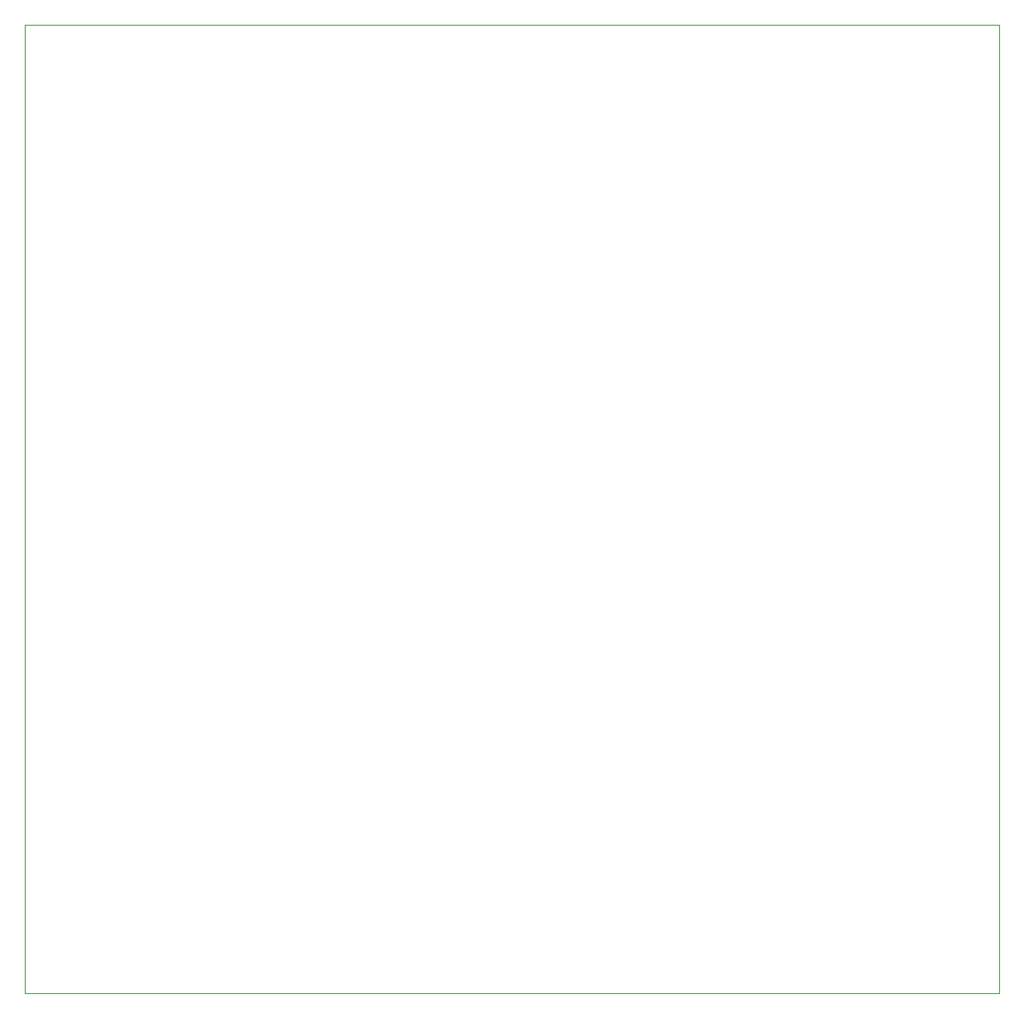
<source format=gm1>
G04 #@! TF.GenerationSoftware,KiCad,Pcbnew,7.0.5*
G04 #@! TF.CreationDate,2023-10-02T17:03:20+03:00*
G04 #@! TF.ProjectId,RP2040_minimal - Copy,52503230-3430-45f6-9d69-6e696d616c20,REV1*
G04 #@! TF.SameCoordinates,Original*
G04 #@! TF.FileFunction,Profile,NP*
%FSLAX46Y46*%
G04 Gerber Fmt 4.6, Leading zero omitted, Abs format (unit mm)*
G04 Created by KiCad (PCBNEW 7.0.5) date 2023-10-02 17:03:20*
%MOMM*%
%LPD*%
G01*
G04 APERTURE LIST*
G04 #@! TA.AperFunction,Profile*
%ADD10C,0.050000*%
G04 #@! TD*
G04 APERTURE END LIST*
D10*
X98616593Y-20000000D02*
X198382170Y-20000000D01*
X198382170Y-119212464D01*
X98616593Y-119212464D01*
X98616593Y-20000000D01*
M02*

</source>
